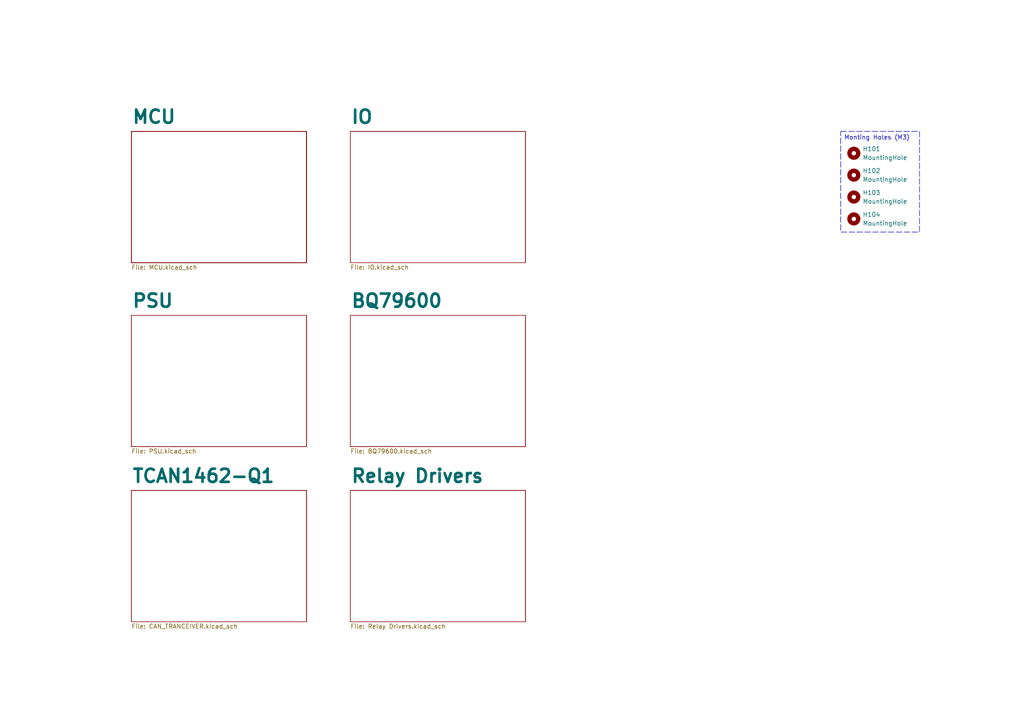
<source format=kicad_sch>
(kicad_sch
	(version 20231120)
	(generator "eeschema")
	(generator_version "8.0")
	(uuid "335e81e9-b957-4266-8116-dde74329bfca")
	(paper "A4")
	(title_block
		(title "STM32 Layout")
		(date "2025-01-10")
		(rev "A")
		(company "FSAE LSU")
		(comment 1 "Jacob Parent ")
		(comment 2 "parent.jacob7@protonmail.com")
	)
	(lib_symbols
		(symbol "Mechanical:MountingHole"
			(pin_names
				(offset 1.016)
			)
			(exclude_from_sim yes)
			(in_bom no)
			(on_board yes)
			(property "Reference" "H"
				(at 0 5.08 0)
				(effects
					(font
						(size 1.27 1.27)
					)
				)
			)
			(property "Value" "MountingHole"
				(at 0 3.175 0)
				(effects
					(font
						(size 1.27 1.27)
					)
				)
			)
			(property "Footprint" ""
				(at 0 0 0)
				(effects
					(font
						(size 1.27 1.27)
					)
					(hide yes)
				)
			)
			(property "Datasheet" "~"
				(at 0 0 0)
				(effects
					(font
						(size 1.27 1.27)
					)
					(hide yes)
				)
			)
			(property "Description" "Mounting Hole without connection"
				(at 0 0 0)
				(effects
					(font
						(size 1.27 1.27)
					)
					(hide yes)
				)
			)
			(property "ki_keywords" "mounting hole"
				(at 0 0 0)
				(effects
					(font
						(size 1.27 1.27)
					)
					(hide yes)
				)
			)
			(property "ki_fp_filters" "MountingHole*"
				(at 0 0 0)
				(effects
					(font
						(size 1.27 1.27)
					)
					(hide yes)
				)
			)
			(symbol "MountingHole_0_1"
				(circle
					(center 0 0)
					(radius 1.27)
					(stroke
						(width 1.27)
						(type default)
					)
					(fill
						(type none)
					)
				)
			)
		)
	)
	(text_box "Monting Holes (M3)"
		(exclude_from_sim no)
		(at 243.84 38.1 0)
		(size 22.86 29.21)
		(stroke
			(width 0)
			(type dash)
		)
		(fill
			(type none)
		)
		(effects
			(font
				(size 1.27 1.27)
			)
			(justify left top)
		)
		(uuid "5d413c4f-e773-4b99-a90c-562fd3d7588d")
	)
	(symbol
		(lib_id "Mechanical:MountingHole")
		(at 247.65 44.45 0)
		(unit 1)
		(exclude_from_sim yes)
		(in_bom no)
		(on_board yes)
		(dnp no)
		(fields_autoplaced yes)
		(uuid "0cd42132-575a-4e9a-98dd-b4ea82124220")
		(property "Reference" "H101"
			(at 250.19 43.1799 0)
			(effects
				(font
					(size 1.27 1.27)
				)
				(justify left)
			)
		)
		(property "Value" "MountingHole"
			(at 250.19 45.7199 0)
			(effects
				(font
					(size 1.27 1.27)
				)
				(justify left)
			)
		)
		(property "Footprint" "MountingHole:MountingHole_3.2mm_M3"
			(at 247.65 44.45 0)
			(effects
				(font
					(size 1.27 1.27)
				)
				(hide yes)
			)
		)
		(property "Datasheet" "~"
			(at 247.65 44.45 0)
			(effects
				(font
					(size 1.27 1.27)
				)
				(hide yes)
			)
		)
		(property "Description" "Mounting Hole without connection"
			(at 247.65 44.45 0)
			(effects
				(font
					(size 1.27 1.27)
				)
				(hide yes)
			)
		)
		(property "Sim.Device" ""
			(at 247.65 44.45 0)
			(effects
				(font
					(size 1.27 1.27)
				)
				(hide yes)
			)
		)
		(property "Sim.Pins" ""
			(at 247.65 44.45 0)
			(effects
				(font
					(size 1.27 1.27)
				)
				(hide yes)
			)
		)
		(property "Sim.Type" ""
			(at 247.65 44.45 0)
			(effects
				(font
					(size 1.27 1.27)
				)
				(hide yes)
			)
		)
		(instances
			(project ""
				(path "/335e81e9-b957-4266-8116-dde74329bfca"
					(reference "H101")
					(unit 1)
				)
			)
		)
	)
	(symbol
		(lib_id "Mechanical:MountingHole")
		(at 247.65 50.8 0)
		(unit 1)
		(exclude_from_sim yes)
		(in_bom no)
		(on_board yes)
		(dnp no)
		(fields_autoplaced yes)
		(uuid "15f68b87-0a3f-417f-a2c6-4ca1c5e0e7ac")
		(property "Reference" "H102"
			(at 250.19 49.5299 0)
			(effects
				(font
					(size 1.27 1.27)
				)
				(justify left)
			)
		)
		(property "Value" "MountingHole"
			(at 250.19 52.0699 0)
			(effects
				(font
					(size 1.27 1.27)
				)
				(justify left)
			)
		)
		(property "Footprint" "MountingHole:MountingHole_3.2mm_M3"
			(at 247.65 50.8 0)
			(effects
				(font
					(size 1.27 1.27)
				)
				(hide yes)
			)
		)
		(property "Datasheet" "~"
			(at 247.65 50.8 0)
			(effects
				(font
					(size 1.27 1.27)
				)
				(hide yes)
			)
		)
		(property "Description" "Mounting Hole without connection"
			(at 247.65 50.8 0)
			(effects
				(font
					(size 1.27 1.27)
				)
				(hide yes)
			)
		)
		(property "Sim.Device" ""
			(at 247.65 50.8 0)
			(effects
				(font
					(size 1.27 1.27)
				)
				(hide yes)
			)
		)
		(property "Sim.Pins" ""
			(at 247.65 50.8 0)
			(effects
				(font
					(size 1.27 1.27)
				)
				(hide yes)
			)
		)
		(property "Sim.Type" ""
			(at 247.65 50.8 0)
			(effects
				(font
					(size 1.27 1.27)
				)
				(hide yes)
			)
		)
		(instances
			(project "FSAE_BMS"
				(path "/335e81e9-b957-4266-8116-dde74329bfca"
					(reference "H102")
					(unit 1)
				)
			)
		)
	)
	(symbol
		(lib_id "Mechanical:MountingHole")
		(at 247.65 57.15 0)
		(unit 1)
		(exclude_from_sim yes)
		(in_bom no)
		(on_board yes)
		(dnp no)
		(fields_autoplaced yes)
		(uuid "3435c49e-2cac-44c0-a56c-662165970aca")
		(property "Reference" "H103"
			(at 250.19 55.8799 0)
			(effects
				(font
					(size 1.27 1.27)
				)
				(justify left)
			)
		)
		(property "Value" "MountingHole"
			(at 250.19 58.4199 0)
			(effects
				(font
					(size 1.27 1.27)
				)
				(justify left)
			)
		)
		(property "Footprint" "MountingHole:MountingHole_3.2mm_M3"
			(at 247.65 57.15 0)
			(effects
				(font
					(size 1.27 1.27)
				)
				(hide yes)
			)
		)
		(property "Datasheet" "~"
			(at 247.65 57.15 0)
			(effects
				(font
					(size 1.27 1.27)
				)
				(hide yes)
			)
		)
		(property "Description" "Mounting Hole without connection"
			(at 247.65 57.15 0)
			(effects
				(font
					(size 1.27 1.27)
				)
				(hide yes)
			)
		)
		(property "Sim.Device" ""
			(at 247.65 57.15 0)
			(effects
				(font
					(size 1.27 1.27)
				)
				(hide yes)
			)
		)
		(property "Sim.Pins" ""
			(at 247.65 57.15 0)
			(effects
				(font
					(size 1.27 1.27)
				)
				(hide yes)
			)
		)
		(property "Sim.Type" ""
			(at 247.65 57.15 0)
			(effects
				(font
					(size 1.27 1.27)
				)
				(hide yes)
			)
		)
		(instances
			(project "FSAE_BMS"
				(path "/335e81e9-b957-4266-8116-dde74329bfca"
					(reference "H103")
					(unit 1)
				)
			)
		)
	)
	(symbol
		(lib_id "Mechanical:MountingHole")
		(at 247.65 63.5 0)
		(unit 1)
		(exclude_from_sim yes)
		(in_bom no)
		(on_board yes)
		(dnp no)
		(fields_autoplaced yes)
		(uuid "45bc8acd-f531-4e90-a7d2-6a5b05c76813")
		(property "Reference" "H104"
			(at 250.19 62.2299 0)
			(effects
				(font
					(size 1.27 1.27)
				)
				(justify left)
			)
		)
		(property "Value" "MountingHole"
			(at 250.19 64.7699 0)
			(effects
				(font
					(size 1.27 1.27)
				)
				(justify left)
			)
		)
		(property "Footprint" "MountingHole:MountingHole_3.2mm_M3"
			(at 247.65 63.5 0)
			(effects
				(font
					(size 1.27 1.27)
				)
				(hide yes)
			)
		)
		(property "Datasheet" "~"
			(at 247.65 63.5 0)
			(effects
				(font
					(size 1.27 1.27)
				)
				(hide yes)
			)
		)
		(property "Description" "Mounting Hole without connection"
			(at 247.65 63.5 0)
			(effects
				(font
					(size 1.27 1.27)
				)
				(hide yes)
			)
		)
		(property "Sim.Device" ""
			(at 247.65 63.5 0)
			(effects
				(font
					(size 1.27 1.27)
				)
				(hide yes)
			)
		)
		(property "Sim.Pins" ""
			(at 247.65 63.5 0)
			(effects
				(font
					(size 1.27 1.27)
				)
				(hide yes)
			)
		)
		(property "Sim.Type" ""
			(at 247.65 63.5 0)
			(effects
				(font
					(size 1.27 1.27)
				)
				(hide yes)
			)
		)
		(instances
			(project "FSAE_BMS"
				(path "/335e81e9-b957-4266-8116-dde74329bfca"
					(reference "H104")
					(unit 1)
				)
			)
		)
	)
	(sheet
		(at 101.6 142.24)
		(size 50.8 38.1)
		(fields_autoplaced yes)
		(stroke
			(width 0.1524)
			(type solid)
		)
		(fill
			(color 0 0 0 0.0000)
		)
		(uuid "2f5b3e7e-a53c-4958-9d9b-49ffd0a960f5")
		(property "Sheetname" "Relay Drivers"
			(at 101.6 140.2584 0)
			(effects
				(font
					(size 3.81 3.81)
					(thickness 0.762)
					(bold yes)
				)
				(justify left bottom)
			)
		)
		(property "Sheetfile" "Relay Drivers.kicad_sch"
			(at 101.6 180.9246 0)
			(effects
				(font
					(size 1.27 1.27)
				)
				(justify left top)
			)
		)
		(instances
			(project "FSAE_BMS"
				(path "/335e81e9-b957-4266-8116-dde74329bfca"
					(page "7")
				)
			)
		)
	)
	(sheet
		(at 38.1 142.24)
		(size 50.8 38.1)
		(fields_autoplaced yes)
		(stroke
			(width 0.1524)
			(type solid)
		)
		(fill
			(color 0 0 0 0.0000)
		)
		(uuid "48dfe2f4-f876-45b9-8de9-858747278b7b")
		(property "Sheetname" "TCAN1462-Q1"
			(at 38.1 140.2584 0)
			(effects
				(font
					(size 3.81 3.81)
					(bold yes)
				)
				(justify left bottom)
			)
		)
		(property "Sheetfile" "CAN_TRANCEIVER.kicad_sch"
			(at 38.1 180.9246 0)
			(effects
				(font
					(size 1.27 1.27)
				)
				(justify left top)
			)
		)
		(instances
			(project "FSAE_BMS"
				(path "/335e81e9-b957-4266-8116-dde74329bfca"
					(page "6")
				)
			)
		)
	)
	(sheet
		(at 38.1 38.1)
		(size 50.8 38.1)
		(fields_autoplaced yes)
		(stroke
			(width 0.2032)
			(type solid)
		)
		(fill
			(color 0 0 0 0.0000)
		)
		(uuid "592735c9-cbc0-4c76-b37a-83bb0c07029e")
		(property "Sheetname" "MCU"
			(at 38.1 36.093 0)
			(effects
				(font
					(size 3.81 3.81)
					(bold yes)
				)
				(justify left bottom)
			)
		)
		(property "Sheetfile" "MCU.kicad_sch"
			(at 38.1 76.81 0)
			(effects
				(font
					(size 1.27 1.27)
				)
				(justify left top)
			)
		)
		(instances
			(project "FSAE_BMS"
				(path "/335e81e9-b957-4266-8116-dde74329bfca"
					(page "2")
				)
			)
		)
	)
	(sheet
		(at 101.6 91.44)
		(size 50.8 38.1)
		(fields_autoplaced yes)
		(stroke
			(width 0.1524)
			(type solid)
		)
		(fill
			(color 0 0 0 0.0000)
		)
		(uuid "5aee6225-1f74-4a9d-9d18-4dadf3f55ee7")
		(property "Sheetname" "BQ79600"
			(at 101.6 89.4584 0)
			(effects
				(font
					(size 3.81 3.81)
					(bold yes)
				)
				(justify left bottom)
			)
		)
		(property "Sheetfile" "BQ79600.kicad_sch"
			(at 101.6 130.1246 0)
			(effects
				(font
					(size 1.27 1.27)
				)
				(justify left top)
			)
		)
		(instances
			(project "FSAE_BMS"
				(path "/335e81e9-b957-4266-8116-dde74329bfca"
					(page "5")
				)
			)
		)
	)
	(sheet
		(at 101.6 38.1)
		(size 50.8 38.1)
		(fields_autoplaced yes)
		(stroke
			(width 0.1524)
			(type solid)
		)
		(fill
			(color 0 0 0 0.0000)
		)
		(uuid "a79abe16-9d7e-418f-82e9-de5f72e3bb16")
		(property "Sheetname" "IO"
			(at 101.6 36.1184 0)
			(effects
				(font
					(size 3.81 3.81)
					(bold yes)
				)
				(justify left bottom)
			)
		)
		(property "Sheetfile" "IO.kicad_sch"
			(at 101.6 76.7846 0)
			(effects
				(font
					(size 1.27 1.27)
				)
				(justify left top)
			)
		)
		(instances
			(project "FSAE_BMS"
				(path "/335e81e9-b957-4266-8116-dde74329bfca"
					(page "3")
				)
			)
		)
	)
	(sheet
		(at 38.1 91.44)
		(size 50.8 38.1)
		(fields_autoplaced yes)
		(stroke
			(width 0.1524)
			(type solid)
		)
		(fill
			(color 0 0 0 0.0000)
		)
		(uuid "f9c85247-a583-4593-8eb2-5cacb3a96479")
		(property "Sheetname" "PSU"
			(at 38.1 89.4584 0)
			(effects
				(font
					(size 3.81 3.81)
					(bold yes)
				)
				(justify left bottom)
			)
		)
		(property "Sheetfile" "PSU.kicad_sch"
			(at 38.1 130.1246 0)
			(effects
				(font
					(size 1.27 1.27)
				)
				(justify left top)
			)
		)
		(instances
			(project "FSAE_BMS"
				(path "/335e81e9-b957-4266-8116-dde74329bfca"
					(page "4")
				)
			)
		)
	)
	(sheet_instances
		(path "/"
			(page "1")
		)
	)
)

</source>
